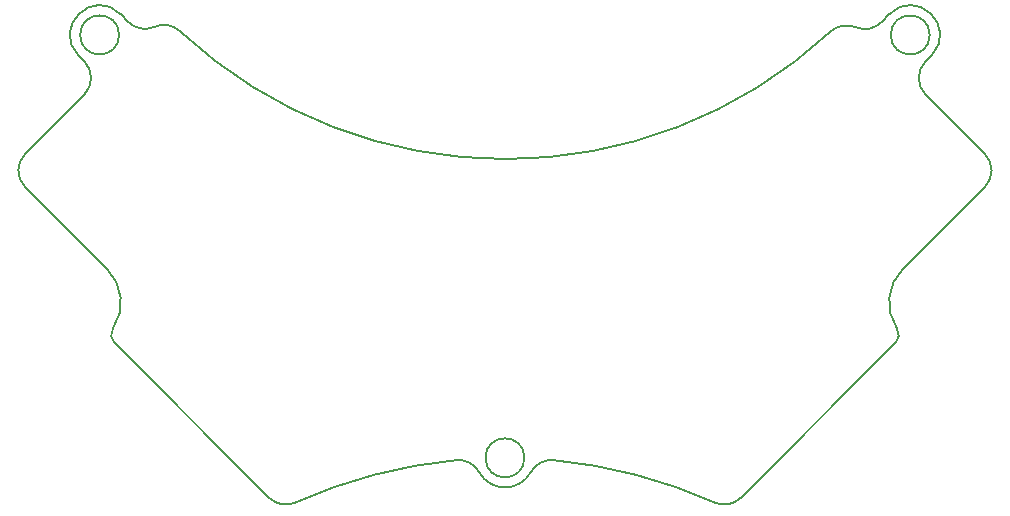
<source format=gbr>
%TF.GenerationSoftware,KiCad,Pcbnew,7.0.9*%
%TF.CreationDate,2024-12-16T15:20:58+09:00*%
%TF.ProjectId,kicker,6b69636b-6572-42e6-9b69-6361645f7063,rev?*%
%TF.SameCoordinates,Original*%
%TF.FileFunction,Profile,NP*%
%FSLAX46Y46*%
G04 Gerber Fmt 4.6, Leading zero omitted, Abs format (unit mm)*
G04 Created by KiCad (PCBNEW 7.0.9) date 2024-12-16 15:20:58*
%MOMM*%
%LPD*%
G01*
G04 APERTURE LIST*
%TA.AperFunction,Profile*%
%ADD10C,0.200000*%
%TD*%
G04 APERTURE END LIST*
D10*
X219247845Y-46268187D02*
G75*
G03*
X219247846Y-49096613I1414155J-1414213D01*
G01*
X143011214Y-54090187D02*
G75*
G03*
X143011201Y-56918599I1414186J-1414213D01*
G01*
X151692219Y-42909416D02*
G75*
G03*
X153939549Y-43354206I1441981J1385916D01*
G01*
X143011200Y-56918600D02*
X149935190Y-63842590D01*
X150443720Y-68876607D02*
G75*
G03*
X150570864Y-70135119I834280J-551393D01*
G01*
X187748777Y-80038884D02*
G75*
G03*
X185811267Y-81057979I-189477J-1991116D01*
G01*
X150570864Y-70135119D02*
X163651056Y-83215310D01*
X148004758Y-49096613D02*
G75*
G03*
X148004758Y-46268188I-1414258J1414213D01*
G01*
X213325115Y-43381715D02*
G75*
G03*
X215545208Y-42925224I778185J1842215D01*
G01*
X216140267Y-42306087D02*
X215545208Y-42925224D01*
X219745208Y-45770834D02*
G75*
G03*
X216140268Y-42306088I-1802508J1732334D01*
G01*
X201371464Y-83627120D02*
G75*
G03*
X187748777Y-80038884I-17745164J-39715980D01*
G01*
X217317403Y-63842579D02*
G75*
G03*
X216808876Y-68876613I2828397J-2828421D01*
G01*
X150443715Y-68876604D02*
G75*
G03*
X149935190Y-63842590I-3336915J2205604D01*
G01*
X219247845Y-46268187D02*
X219745203Y-45770829D01*
X216681732Y-70135111D02*
G75*
G03*
X216808875Y-68876613I-707132J707111D01*
G01*
X185276302Y-79843101D02*
G75*
G03*
X185276302Y-79843101I-1650000J0D01*
G01*
X213325085Y-43381787D02*
G75*
G03*
X211187919Y-43756864I-778185J-1842213D01*
G01*
X148004759Y-49096614D02*
X143011200Y-54090173D01*
X150959869Y-44038458D02*
G75*
G03*
X150959869Y-44038458I-1650000J0D01*
G01*
X179503827Y-80038885D02*
G75*
G03*
X165881139Y-83627120I4122473J-43304215D01*
G01*
X156105950Y-43719442D02*
G75*
G03*
X153939549Y-43354208I-1361050J-1465458D01*
G01*
X156105962Y-43719429D02*
G75*
G03*
X211187918Y-43756863I27561158J29675459D01*
G01*
X151692211Y-42909424D02*
X151112337Y-42306087D01*
X203601548Y-83215310D02*
X216681740Y-70135119D01*
X151112327Y-42306097D02*
G75*
G03*
X147507401Y-45770829I-1802427J-1732403D01*
G01*
X181441329Y-81057984D02*
G75*
G03*
X179503827Y-80038884I-1747929J-971816D01*
G01*
X201371486Y-83627071D02*
G75*
G03*
X203601548Y-83215310I815914J1825871D01*
G01*
X181441339Y-81057979D02*
G75*
G03*
X185811265Y-81057979I2184963J1214877D01*
G01*
X163651066Y-83215300D02*
G75*
G03*
X165881139Y-83627118I1414234J1414300D01*
G01*
X224241417Y-56918613D02*
G75*
G03*
X224241403Y-54090174I-1414217J1414213D01*
G01*
X224241404Y-54090173D02*
X219247845Y-49096614D01*
X217317414Y-63842590D02*
X224241404Y-56918600D01*
X147507401Y-45770829D02*
X148004759Y-46268187D01*
X219592735Y-44038458D02*
G75*
G03*
X219592735Y-44038458I-1650000J0D01*
G01*
M02*

</source>
